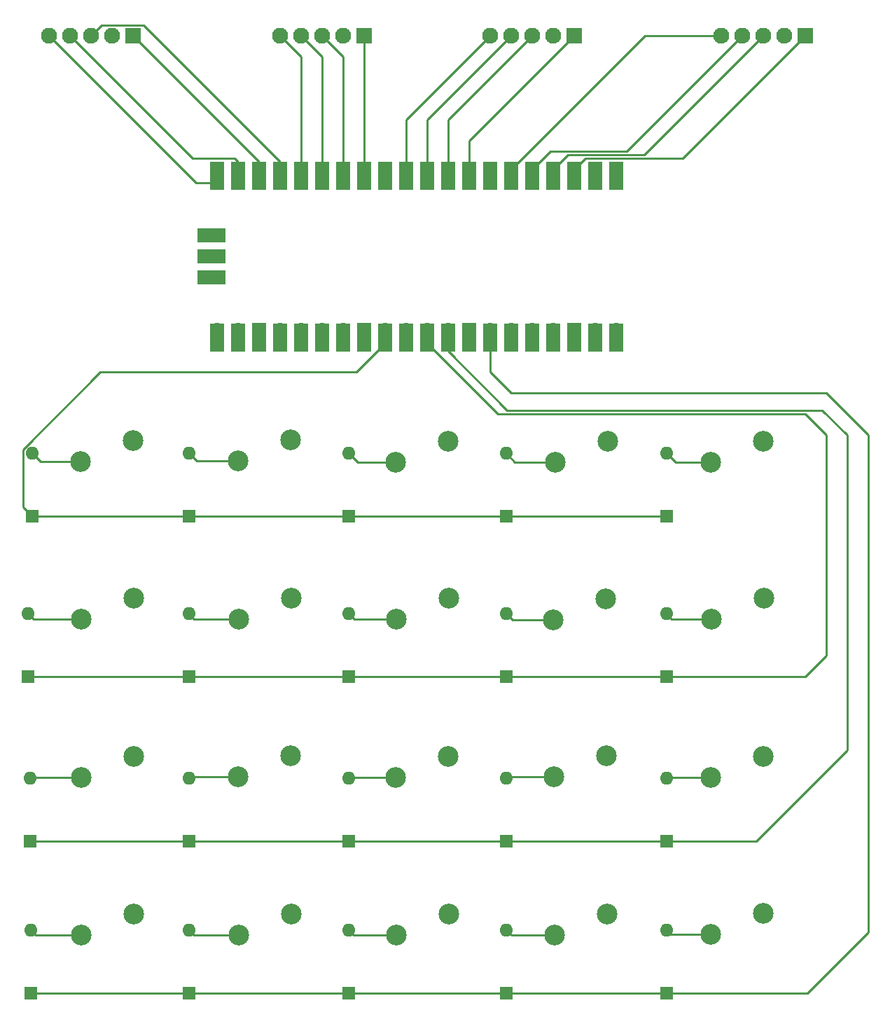
<source format=gbr>
%TF.GenerationSoftware,KiCad,Pcbnew,7.0.6*%
%TF.CreationDate,2023-08-06T21:34:40+02:00*%
%TF.ProjectId,Macropad,4d616372-6f70-4616-942e-6b696361645f,rev?*%
%TF.SameCoordinates,Original*%
%TF.FileFunction,Copper,L1,Top*%
%TF.FilePolarity,Positive*%
%FSLAX46Y46*%
G04 Gerber Fmt 4.6, Leading zero omitted, Abs format (unit mm)*
G04 Created by KiCad (PCBNEW 7.0.6) date 2023-08-06 21:34:40*
%MOMM*%
%LPD*%
G01*
G04 APERTURE LIST*
%TA.AperFunction,ComponentPad*%
%ADD10C,1.930400*%
%TD*%
%TA.AperFunction,ComponentPad*%
%ADD11R,1.930400X1.930400*%
%TD*%
%TA.AperFunction,ComponentPad*%
%ADD12R,1.600000X1.600000*%
%TD*%
%TA.AperFunction,ComponentPad*%
%ADD13O,1.600000X1.600000*%
%TD*%
%TA.AperFunction,ComponentPad*%
%ADD14C,2.500000*%
%TD*%
%TA.AperFunction,ComponentPad*%
%ADD15O,1.700000X1.700000*%
%TD*%
%TA.AperFunction,SMDPad,CuDef*%
%ADD16R,1.700000X3.500000*%
%TD*%
%TA.AperFunction,ComponentPad*%
%ADD17R,1.700000X1.700000*%
%TD*%
%TA.AperFunction,SMDPad,CuDef*%
%ADD18R,3.500000X1.700000*%
%TD*%
%TA.AperFunction,Conductor*%
%ADD19C,0.250000*%
%TD*%
G04 APERTURE END LIST*
D10*
%TO.P,U5,CLK,CLK*%
%TO.N,Net-(U1-GPIO4)*%
X114300000Y-55880000D03*
%TO.P,U5,DT,DT*%
%TO.N,Net-(U1-GPIO3)*%
X116840000Y-55880000D03*
D11*
%TO.P,U5,GND,GND*%
%TO.N,Net-(U1-GND-Pad3)*%
X124460000Y-55880000D03*
D10*
%TO.P,U5,SW,SW*%
%TO.N,Net-(U1-GPIO2)*%
X119380000Y-55880000D03*
%TO.P,U5,VCC,VCC*%
%TO.N,Net-(U1-3V3)*%
X121920000Y-55880000D03*
%TD*%
%TO.P,U4,CLK,CLK*%
%TO.N,Net-(U1-GPIO8)*%
X86360000Y-55880000D03*
%TO.P,U4,DT,DT*%
%TO.N,Net-(U1-GPIO7)*%
X88900000Y-55880000D03*
D11*
%TO.P,U4,GND,GND*%
%TO.N,Net-(U1-GND-Pad8)*%
X96520000Y-55880000D03*
D10*
%TO.P,U4,SW,SW*%
%TO.N,Net-(U1-GPIO6)*%
X91440000Y-55880000D03*
%TO.P,U4,VCC,VCC*%
%TO.N,Net-(U1-3V3)*%
X93980000Y-55880000D03*
%TD*%
%TO.P,U3,CLK,CLK*%
%TO.N,Net-(U1-GPIO12)*%
X60960000Y-55880000D03*
%TO.P,U3,DT,DT*%
%TO.N,Net-(U1-GPIO11)*%
X63500000Y-55880000D03*
D11*
%TO.P,U3,GND,GND*%
%TO.N,Net-(U1-GND-Pad13)*%
X71120000Y-55880000D03*
D10*
%TO.P,U3,SW,SW*%
%TO.N,Net-(U1-GPIO10)*%
X66040000Y-55880000D03*
%TO.P,U3,VCC,VCC*%
%TO.N,Net-(U1-3V3)*%
X68580000Y-55880000D03*
%TD*%
%TO.P,U2,CLK,CLK*%
%TO.N,Net-(U1-GPIO15)*%
X33020000Y-55880000D03*
%TO.P,U2,DT,DT*%
%TO.N,Net-(U1-GPIO14)*%
X35560000Y-55880000D03*
D11*
%TO.P,U2,GND,GND*%
%TO.N,Net-(U1-GND-Pad18)*%
X43180000Y-55880000D03*
D10*
%TO.P,U2,SW,SW*%
%TO.N,Net-(U1-GPIO13)*%
X38100000Y-55880000D03*
%TO.P,U2,VCC,VCC*%
%TO.N,Net-(U1-3V3)*%
X40640000Y-55880000D03*
%TD*%
D12*
%TO.P,D7,1,K*%
%TO.N,Net-(D10-K)*%
X49954344Y-133350000D03*
D13*
%TO.P,D7,2,A*%
%TO.N,Net-(D7-A)*%
X49954344Y-125730000D03*
%TD*%
D14*
%TO.P,SW9,1*%
%TO.N,Net-(D9-A)*%
X94017598Y-126499436D03*
%TO.P,SW9,2*%
%TO.N,Net-(U1-GPIO19)*%
X100367598Y-123959436D03*
%TD*%
%TO.P,SW8,1*%
%TO.N,Net-(D8-A)*%
X75076367Y-126379047D03*
%TO.P,SW8,2*%
%TO.N,Net-(U1-GPIO18)*%
X81426367Y-123839047D03*
%TD*%
D12*
%TO.P,D18,1,K*%
%TO.N,Net-(D16-K)*%
X69274854Y-171569707D03*
D13*
%TO.P,D18,2,A*%
%TO.N,Net-(D18-A)*%
X69274854Y-163949707D03*
%TD*%
D14*
%TO.P,SW10,1*%
%TO.N,Net-(D10-A)*%
X113159477Y-126338917D03*
%TO.P,SW10,2*%
%TO.N,Net-(U1-GPIO20)*%
X119509477Y-123798917D03*
%TD*%
%TO.P,SW2,1*%
%TO.N,Net-(D2-A)*%
X55934488Y-107277298D03*
%TO.P,SW2,2*%
%TO.N,Net-(U1-GPIO17)*%
X62284488Y-104737298D03*
%TD*%
D12*
%TO.P,D13,1,K*%
%TO.N,Net-(D11-K)*%
X69274854Y-153202514D03*
D13*
%TO.P,D13,2,A*%
%TO.N,Net-(D13-A)*%
X69274854Y-145582514D03*
%TD*%
D12*
%TO.P,D6,1,K*%
%TO.N,Net-(D10-K)*%
X30480000Y-133350000D03*
D13*
%TO.P,D6,2,A*%
%TO.N,Net-(D6-A)*%
X30480000Y-125730000D03*
%TD*%
D12*
%TO.P,D5,1,K*%
%TO.N,Net-(D1-K)*%
X107709610Y-113950934D03*
D13*
%TO.P,D5,2,A*%
%TO.N,Net-(D5-A)*%
X107709610Y-106330934D03*
%TD*%
D14*
%TO.P,SW1,1*%
%TO.N,Net-(D1-A)*%
X36832739Y-107317427D03*
%TO.P,SW1,2*%
%TO.N,Net-(U1-GPIO16)*%
X43182739Y-104777427D03*
%TD*%
%TO.P,SW12,1*%
%TO.N,Net-(D12-A)*%
X55929848Y-145406023D03*
%TO.P,SW12,2*%
%TO.N,Net-(U1-GPIO17)*%
X62279848Y-142866023D03*
%TD*%
%TO.P,SW15,1*%
%TO.N,Net-(D15-A)*%
X113079708Y-145480720D03*
%TO.P,SW15,2*%
%TO.N,Net-(U1-GPIO20)*%
X119429708Y-142940720D03*
%TD*%
D12*
%TO.P,D14,1,K*%
%TO.N,Net-(D11-K)*%
X88314966Y-153202514D03*
D13*
%TO.P,D14,2,A*%
%TO.N,Net-(D14-A)*%
X88314966Y-145582514D03*
%TD*%
D12*
%TO.P,D16,1,K*%
%TO.N,Net-(D16-K)*%
X30840100Y-171569707D03*
D13*
%TO.P,D16,2,A*%
%TO.N,Net-(D16-A)*%
X30840100Y-163949707D03*
%TD*%
D15*
%TO.P,U1,1,GPIO0*%
%TO.N,unconnected-(U1-GPIO0-Pad1)*%
X101600000Y-73660000D03*
D16*
X101600000Y-72760000D03*
D15*
%TO.P,U1,2,GPIO1*%
%TO.N,unconnected-(U1-GPIO1-Pad2)*%
X99060000Y-73660000D03*
D16*
X99060000Y-72760000D03*
D17*
%TO.P,U1,3,GND*%
%TO.N,Net-(U1-GND-Pad3)*%
X96520000Y-73660000D03*
D16*
X96520000Y-72760000D03*
D15*
%TO.P,U1,4,GPIO2*%
%TO.N,Net-(U1-GPIO2)*%
X93980000Y-73660000D03*
D16*
X93980000Y-72760000D03*
D15*
%TO.P,U1,5,GPIO3*%
%TO.N,Net-(U1-GPIO3)*%
X91440000Y-73660000D03*
D16*
X91440000Y-72760000D03*
D15*
%TO.P,U1,6,GPIO4*%
%TO.N,Net-(U1-GPIO4)*%
X88900000Y-73660000D03*
D16*
X88900000Y-72760000D03*
D15*
%TO.P,U1,7,GPIO5*%
%TO.N,unconnected-(U1-GPIO5-Pad7)*%
X86360000Y-73660000D03*
D16*
X86360000Y-72760000D03*
D17*
%TO.P,U1,8,GND*%
%TO.N,Net-(U1-GND-Pad8)*%
X83820000Y-73660000D03*
D16*
X83820000Y-72760000D03*
D15*
%TO.P,U1,9,GPIO6*%
%TO.N,Net-(U1-GPIO6)*%
X81280000Y-73660000D03*
D16*
X81280000Y-72760000D03*
D15*
%TO.P,U1,10,GPIO7*%
%TO.N,Net-(U1-GPIO7)*%
X78740000Y-73660000D03*
D16*
X78740000Y-72760000D03*
D15*
%TO.P,U1,11,GPIO8*%
%TO.N,Net-(U1-GPIO8)*%
X76200000Y-73660000D03*
D16*
X76200000Y-72760000D03*
D15*
%TO.P,U1,12,GPIO9*%
%TO.N,unconnected-(U1-GPIO9-Pad12)*%
X73660000Y-73660000D03*
D16*
X73660000Y-72760000D03*
D17*
%TO.P,U1,13,GND*%
%TO.N,Net-(U1-GND-Pad13)*%
X71120000Y-73660000D03*
D16*
X71120000Y-72760000D03*
D15*
%TO.P,U1,14,GPIO10*%
%TO.N,Net-(U1-GPIO10)*%
X68580000Y-73660000D03*
D16*
X68580000Y-72760000D03*
D15*
%TO.P,U1,15,GPIO11*%
%TO.N,Net-(U1-GPIO11)*%
X66040000Y-73660000D03*
D16*
X66040000Y-72760000D03*
D15*
%TO.P,U1,16,GPIO12*%
%TO.N,Net-(U1-GPIO12)*%
X63500000Y-73660000D03*
D16*
X63500000Y-72760000D03*
D15*
%TO.P,U1,17,GPIO13*%
%TO.N,Net-(U1-GPIO13)*%
X60960000Y-73660000D03*
D16*
X60960000Y-72760000D03*
D17*
%TO.P,U1,18,GND*%
%TO.N,Net-(U1-GND-Pad18)*%
X58420000Y-73660000D03*
D16*
X58420000Y-72760000D03*
D15*
%TO.P,U1,19,GPIO14*%
%TO.N,Net-(U1-GPIO14)*%
X55880000Y-73660000D03*
D16*
X55880000Y-72760000D03*
D15*
%TO.P,U1,20,GPIO15*%
%TO.N,Net-(U1-GPIO15)*%
X53340000Y-73660000D03*
D16*
X53340000Y-72760000D03*
D15*
%TO.P,U1,21,GPIO16*%
%TO.N,Net-(U1-GPIO16)*%
X53340000Y-91440000D03*
D16*
X53340000Y-92340000D03*
D15*
%TO.P,U1,22,GPIO17*%
%TO.N,Net-(U1-GPIO17)*%
X55880000Y-91440000D03*
D16*
X55880000Y-92340000D03*
D17*
%TO.P,U1,23,GND*%
%TO.N,unconnected-(U1-GND-Pad23)*%
X58420000Y-91440000D03*
D16*
X58420000Y-92340000D03*
D15*
%TO.P,U1,24,GPIO18*%
%TO.N,Net-(U1-GPIO18)*%
X60960000Y-91440000D03*
D16*
X60960000Y-92340000D03*
D15*
%TO.P,U1,25,GPIO19*%
%TO.N,Net-(U1-GPIO19)*%
X63500000Y-91440000D03*
D16*
X63500000Y-92340000D03*
D15*
%TO.P,U1,26,GPIO20*%
%TO.N,Net-(U1-GPIO20)*%
X66040000Y-91440000D03*
D16*
X66040000Y-92340000D03*
D15*
%TO.P,U1,27,GPIO21*%
%TO.N,unconnected-(U1-GPIO21-Pad27)*%
X68580000Y-91440000D03*
D16*
X68580000Y-92340000D03*
D17*
%TO.P,U1,28,GND*%
%TO.N,unconnected-(U1-GND-Pad28)*%
X71120000Y-91440000D03*
D16*
X71120000Y-92340000D03*
D15*
%TO.P,U1,29,GPIO22*%
%TO.N,Net-(D1-K)*%
X73660000Y-91440000D03*
D16*
X73660000Y-92340000D03*
D15*
%TO.P,U1,30,RUN*%
%TO.N,unconnected-(U1-RUN-Pad30)*%
X76200000Y-91440000D03*
D16*
X76200000Y-92340000D03*
D15*
%TO.P,U1,31,GPIO26_ADC0*%
%TO.N,Net-(D10-K)*%
X78740000Y-91440000D03*
D16*
X78740000Y-92340000D03*
D15*
%TO.P,U1,32,GPIO27_ADC1*%
%TO.N,Net-(D11-K)*%
X81280000Y-91440000D03*
D16*
X81280000Y-92340000D03*
D17*
%TO.P,U1,33,AGND*%
%TO.N,unconnected-(U1-AGND-Pad33)*%
X83820000Y-91440000D03*
D16*
X83820000Y-92340000D03*
D15*
%TO.P,U1,34,GPIO28_ADC2*%
%TO.N,Net-(D16-K)*%
X86360000Y-91440000D03*
D16*
X86360000Y-92340000D03*
D15*
%TO.P,U1,35,ADC_VREF*%
%TO.N,unconnected-(U1-ADC_VREF-Pad35)*%
X88900000Y-91440000D03*
D16*
X88900000Y-92340000D03*
D15*
%TO.P,U1,36,3V3*%
%TO.N,Net-(U1-3V3)*%
X91440000Y-91440000D03*
D16*
X91440000Y-92340000D03*
D15*
%TO.P,U1,37,3V3_EN*%
%TO.N,unconnected-(U1-3V3_EN-Pad37)*%
X93980000Y-91440000D03*
D16*
X93980000Y-92340000D03*
D17*
%TO.P,U1,38,GND*%
%TO.N,unconnected-(U1-GND-Pad38)*%
X96520000Y-91440000D03*
D16*
X96520000Y-92340000D03*
D15*
%TO.P,U1,39,VSYS*%
%TO.N,unconnected-(U1-VSYS-Pad39)*%
X99060000Y-91440000D03*
D16*
X99060000Y-92340000D03*
D15*
%TO.P,U1,40,VBUS*%
%TO.N,unconnected-(U1-VBUS-Pad40)*%
X101600000Y-91440000D03*
D16*
X101600000Y-92340000D03*
D15*
%TO.P,U1,41,SWCLK*%
%TO.N,unconnected-(U1-SWCLK-Pad41)*%
X53570000Y-80010000D03*
D18*
X52670000Y-80010000D03*
D17*
%TO.P,U1,42,GND*%
%TO.N,unconnected-(U1-GND-Pad42)*%
X53570000Y-82550000D03*
D18*
X52670000Y-82550000D03*
D15*
%TO.P,U1,43,SWDIO*%
%TO.N,unconnected-(U1-SWDIO-Pad43)*%
X53570000Y-85090000D03*
D18*
X52670000Y-85090000D03*
%TD*%
D12*
%TO.P,D17,1,K*%
%TO.N,Net-(D16-K)*%
X49954344Y-171569707D03*
D13*
%TO.P,D17,2,A*%
%TO.N,Net-(D17-A)*%
X49954344Y-163949707D03*
%TD*%
D14*
%TO.P,SW17,1*%
%TO.N,Net-(D17-A)*%
X55962583Y-164554658D03*
%TO.P,SW17,2*%
%TO.N,Net-(U1-GPIO17)*%
X62312583Y-162014658D03*
%TD*%
D12*
%TO.P,D2,1,K*%
%TO.N,Net-(D1-K)*%
X49954344Y-113950934D03*
D13*
%TO.P,D2,2,A*%
%TO.N,Net-(D2-A)*%
X49954344Y-106330934D03*
%TD*%
D14*
%TO.P,SW6,1*%
%TO.N,Net-(D6-A)*%
X36953128Y-126419177D03*
%TO.P,SW6,2*%
%TO.N,Net-(U1-GPIO16)*%
X43303128Y-123879177D03*
%TD*%
%TO.P,SW18,1*%
%TO.N,Net-(D18-A)*%
X75038354Y-164526356D03*
%TO.P,SW18,2*%
%TO.N,Net-(U1-GPIO18)*%
X81388354Y-161986356D03*
%TD*%
%TO.P,SW13,1*%
%TO.N,Net-(D13-A)*%
X74989136Y-145482270D03*
%TO.P,SW13,2*%
%TO.N,Net-(U1-GPIO18)*%
X81339136Y-142942270D03*
%TD*%
%TO.P,SW4,1*%
%TO.N,Net-(D4-A)*%
X94255837Y-107376061D03*
%TO.P,SW4,2*%
%TO.N,Net-(U1-GPIO19)*%
X100605837Y-104836061D03*
%TD*%
D12*
%TO.P,D1,1,K*%
%TO.N,Net-(D1-K)*%
X31019637Y-113950934D03*
D13*
%TO.P,D1,2,A*%
%TO.N,Net-(D1-A)*%
X31019637Y-106330934D03*
%TD*%
D14*
%TO.P,SW7,1*%
%TO.N,Net-(D7-A)*%
X55960467Y-126367220D03*
%TO.P,SW7,2*%
%TO.N,Net-(U1-GPIO17)*%
X62310467Y-123827220D03*
%TD*%
%TO.P,SW16,1*%
%TO.N,Net-(D16-A)*%
X36915114Y-164526356D03*
%TO.P,SW16,2*%
%TO.N,Net-(U1-GPIO16)*%
X43265114Y-161986356D03*
%TD*%
%TO.P,SW14,1*%
%TO.N,Net-(D14-A)*%
X94118413Y-145447279D03*
%TO.P,SW14,2*%
%TO.N,Net-(U1-GPIO19)*%
X100468413Y-142907279D03*
%TD*%
D12*
%TO.P,D19,1,K*%
%TO.N,Net-(D16-K)*%
X88314966Y-171569707D03*
D13*
%TO.P,D19,2,A*%
%TO.N,Net-(D19-A)*%
X88314966Y-163949707D03*
%TD*%
D14*
%TO.P,SW20,1*%
%TO.N,Net-(D20-A)*%
X113041204Y-164446097D03*
%TO.P,SW20,2*%
%TO.N,Net-(U1-GPIO20)*%
X119391204Y-161906097D03*
%TD*%
D12*
%TO.P,D10,1,K*%
%TO.N,Net-(D10-K)*%
X107709610Y-133350000D03*
D13*
%TO.P,D10,2,A*%
%TO.N,Net-(D10-A)*%
X107709610Y-125730000D03*
%TD*%
D12*
%TO.P,D3,1,K*%
%TO.N,Net-(D1-K)*%
X69274854Y-113950934D03*
D13*
%TO.P,D3,2,A*%
%TO.N,Net-(D3-A)*%
X69274854Y-106330934D03*
%TD*%
D12*
%TO.P,D8,1,K*%
%TO.N,Net-(D10-K)*%
X69274854Y-133350000D03*
D13*
%TO.P,D8,2,A*%
%TO.N,Net-(D8-A)*%
X69274854Y-125730000D03*
%TD*%
D14*
%TO.P,SW3,1*%
%TO.N,Net-(D3-A)*%
X74955978Y-107397687D03*
%TO.P,SW3,2*%
%TO.N,Net-(U1-GPIO18)*%
X81305978Y-104857687D03*
%TD*%
D12*
%TO.P,D20,1,K*%
%TO.N,Net-(D16-K)*%
X107709610Y-171569707D03*
D13*
%TO.P,D20,2,A*%
%TO.N,Net-(D20-A)*%
X107709610Y-163949707D03*
%TD*%
D14*
%TO.P,SW11,1*%
%TO.N,Net-(D11-A)*%
X36956514Y-145502335D03*
%TO.P,SW11,2*%
%TO.N,Net-(U1-GPIO16)*%
X43306514Y-142962335D03*
%TD*%
D12*
%TO.P,D15,1,K*%
%TO.N,Net-(D11-K)*%
X107709610Y-153202514D03*
D13*
%TO.P,D15,2,A*%
%TO.N,Net-(D15-A)*%
X107709610Y-145582514D03*
%TD*%
D12*
%TO.P,D12,1,K*%
%TO.N,Net-(D11-K)*%
X49954344Y-153202514D03*
D13*
%TO.P,D12,2,A*%
%TO.N,Net-(D12-A)*%
X49954344Y-145582514D03*
%TD*%
D14*
%TO.P,SW19,1*%
%TO.N,Net-(D19-A)*%
X94140103Y-164606615D03*
%TO.P,SW19,2*%
%TO.N,Net-(U1-GPIO19)*%
X100490103Y-162066615D03*
%TD*%
%TO.P,SW5,1*%
%TO.N,Net-(D5-A)*%
X113094335Y-107433847D03*
%TO.P,SW5,2*%
%TO.N,Net-(U1-GPIO20)*%
X119444335Y-104893847D03*
%TD*%
D12*
%TO.P,D11,1,K*%
%TO.N,Net-(D11-K)*%
X30779655Y-153202514D03*
D13*
%TO.P,D11,2,A*%
%TO.N,Net-(D11-A)*%
X30779655Y-145582514D03*
%TD*%
D12*
%TO.P,D4,1,K*%
%TO.N,Net-(D1-K)*%
X88314966Y-113950934D03*
D13*
%TO.P,D4,2,A*%
%TO.N,Net-(D4-A)*%
X88314966Y-106330934D03*
%TD*%
D12*
%TO.P,D9,1,K*%
%TO.N,Net-(D10-K)*%
X88314966Y-133350000D03*
D13*
%TO.P,D9,2,A*%
%TO.N,Net-(D9-A)*%
X88314966Y-125730000D03*
%TD*%
D19*
%TO.N,Net-(U1-GPIO15)*%
X33020000Y-55880000D02*
X50800000Y-73660000D01*
X50800000Y-73660000D02*
X53340000Y-73660000D01*
%TO.N,Net-(U1-GPIO14)*%
X35560000Y-55880000D02*
X50365000Y-70685000D01*
X50365000Y-70685000D02*
X55445000Y-70685000D01*
X55445000Y-70685000D02*
X55880000Y-71120000D01*
X55880000Y-71120000D02*
X55880000Y-73660000D01*
%TO.N,Net-(U1-GPIO13)*%
X38100000Y-55880000D02*
X39390200Y-54589800D01*
X39390200Y-54589800D02*
X44470200Y-54589800D01*
X44470200Y-54589800D02*
X60960000Y-71079600D01*
X60960000Y-71079600D02*
X60960000Y-73660000D01*
%TO.N,Net-(U1-GND-Pad18)*%
X43180000Y-55880000D02*
X58420000Y-71120000D01*
X58420000Y-71120000D02*
X58420000Y-73660000D01*
%TO.N,Net-(U1-GPIO12)*%
X60960000Y-55880000D02*
X63500000Y-58420000D01*
X63500000Y-58420000D02*
X63500000Y-73660000D01*
%TO.N,Net-(U1-GPIO11)*%
X63500000Y-55880000D02*
X66040000Y-58420000D01*
X66040000Y-58420000D02*
X66040000Y-73660000D01*
%TO.N,Net-(U1-GPIO10)*%
X66040000Y-55880000D02*
X68580000Y-58420000D01*
X68580000Y-58420000D02*
X68580000Y-73660000D01*
%TO.N,Net-(U1-GND-Pad13)*%
X71120000Y-55880000D02*
X71120000Y-73660000D01*
%TO.N,Net-(U1-GPIO8)*%
X86360000Y-55880000D02*
X76200000Y-66040000D01*
X76200000Y-66040000D02*
X76200000Y-73660000D01*
%TO.N,Net-(U1-GPIO7)*%
X88900000Y-55880000D02*
X78740000Y-66040000D01*
X78740000Y-66040000D02*
X78740000Y-73660000D01*
%TO.N,Net-(U1-GPIO6)*%
X91440000Y-55880000D02*
X81280000Y-66040000D01*
X81280000Y-66040000D02*
X81280000Y-73660000D01*
%TO.N,Net-(U1-GND-Pad8)*%
X96520000Y-55880000D02*
X83820000Y-68580000D01*
X83820000Y-68580000D02*
X83820000Y-73660000D01*
%TO.N,Net-(U1-GPIO4)*%
X114300000Y-55880000D02*
X105070000Y-55880000D01*
X88900000Y-72050000D02*
X88900000Y-73660000D01*
X105070000Y-55880000D02*
X88900000Y-72050000D01*
%TO.N,Net-(U1-GPIO3)*%
X116840000Y-55880000D02*
X102935000Y-69785000D01*
X102935000Y-69785000D02*
X93705000Y-69785000D01*
X91440000Y-72050000D02*
X91440000Y-73660000D01*
X93705000Y-69785000D02*
X91440000Y-72050000D01*
%TO.N,Net-(U1-GPIO2)*%
X119380000Y-55880000D02*
X105025000Y-70235000D01*
X105025000Y-70235000D02*
X95795000Y-70235000D01*
X95795000Y-70235000D02*
X93980000Y-72050000D01*
X93980000Y-72050000D02*
X93980000Y-73660000D01*
%TO.N,Net-(U1-GND-Pad3)*%
X124460000Y-55880000D02*
X109655000Y-70685000D01*
X97885000Y-70685000D02*
X96520000Y-72050000D01*
X109655000Y-70685000D02*
X97885000Y-70685000D01*
X96520000Y-72050000D02*
X96520000Y-73660000D01*
%TO.N,Net-(D1-A)*%
X36832739Y-107317427D02*
X32006130Y-107317427D01*
X32006130Y-107317427D02*
X31019637Y-106330934D01*
%TO.N,Net-(D1-K)*%
X29894637Y-112825934D02*
X29894637Y-105864943D01*
X49954344Y-113950934D02*
X69274854Y-113950934D01*
X39239580Y-96520000D02*
X70190000Y-96520000D01*
X88314966Y-113950934D02*
X107709610Y-113950934D01*
X31019637Y-113950934D02*
X49954344Y-113950934D01*
X69274854Y-113950934D02*
X88314966Y-113950934D01*
X73660000Y-93050000D02*
X73660000Y-91440000D01*
X29894637Y-105864943D02*
X39239580Y-96520000D01*
X70190000Y-96520000D02*
X73660000Y-93050000D01*
X31019637Y-113950934D02*
X29894637Y-112825934D01*
%TO.N,Net-(D2-A)*%
X55934488Y-107277298D02*
X50900708Y-107277298D01*
X50900708Y-107277298D02*
X49954344Y-106330934D01*
%TO.N,Net-(D3-A)*%
X70341607Y-107397687D02*
X69274854Y-106330934D01*
X74955978Y-107397687D02*
X70341607Y-107397687D01*
%TO.N,Net-(D4-A)*%
X89360093Y-107376061D02*
X88314966Y-106330934D01*
X94255837Y-107376061D02*
X89360093Y-107376061D01*
%TO.N,Net-(D5-A)*%
X113094335Y-107433847D02*
X108812523Y-107433847D01*
X108812523Y-107433847D02*
X107709610Y-106330934D01*
%TO.N,Net-(D6-A)*%
X36953128Y-126419177D02*
X31169177Y-126419177D01*
X31169177Y-126419177D02*
X30480000Y-125730000D01*
%TO.N,Net-(D10-K)*%
X88314966Y-133350000D02*
X107709610Y-133350000D01*
X49954344Y-133350000D02*
X69274854Y-133350000D01*
X87290000Y-101600000D02*
X78740000Y-93050000D01*
X124460000Y-133350000D02*
X127000000Y-130810000D01*
X69274854Y-133350000D02*
X88314966Y-133350000D01*
X127000000Y-104140000D02*
X124460000Y-101600000D01*
X107709610Y-133350000D02*
X124460000Y-133350000D01*
X124460000Y-101600000D02*
X87290000Y-101600000D01*
X30480000Y-133350000D02*
X49954344Y-133350000D01*
X127000000Y-130810000D02*
X127000000Y-104140000D01*
X78740000Y-93050000D02*
X78740000Y-91440000D01*
%TO.N,Net-(D7-A)*%
X50591564Y-126367220D02*
X49954344Y-125730000D01*
X55960467Y-126367220D02*
X50591564Y-126367220D01*
%TO.N,Net-(D8-A)*%
X75076367Y-126379047D02*
X69923901Y-126379047D01*
X69923901Y-126379047D02*
X69274854Y-125730000D01*
%TO.N,Net-(D9-A)*%
X89084402Y-126499436D02*
X88314966Y-125730000D01*
X94017598Y-126499436D02*
X89084402Y-126499436D01*
%TO.N,Net-(D10-A)*%
X108318527Y-126338917D02*
X107709610Y-125730000D01*
X113159477Y-126338917D02*
X108318527Y-126338917D01*
%TO.N,Net-(D11-A)*%
X36956514Y-145502335D02*
X30859834Y-145502335D01*
X30859834Y-145502335D02*
X30779655Y-145582514D01*
%TO.N,Net-(D11-K)*%
X126550000Y-101150000D02*
X88450000Y-101150000D01*
X107709610Y-153202514D02*
X118577486Y-153202514D01*
X69274854Y-153202514D02*
X88314966Y-153202514D01*
X129540000Y-104140000D02*
X126550000Y-101150000D01*
X88314966Y-153202514D02*
X107709610Y-153202514D01*
X81280000Y-93980000D02*
X81280000Y-91440000D01*
X30779655Y-153202514D02*
X49954344Y-153202514D01*
X118577486Y-153202514D02*
X129540000Y-142240000D01*
X49954344Y-153202514D02*
X69274854Y-153202514D01*
X129540000Y-142240000D02*
X129540000Y-104140000D01*
X88450000Y-101150000D02*
X81280000Y-93980000D01*
%TO.N,Net-(D12-A)*%
X55929848Y-145406023D02*
X50130835Y-145406023D01*
X50130835Y-145406023D02*
X49954344Y-145582514D01*
%TO.N,Net-(D13-A)*%
X74989136Y-145482270D02*
X69375098Y-145482270D01*
X69375098Y-145482270D02*
X69274854Y-145582514D01*
%TO.N,Net-(D14-A)*%
X88450201Y-145447279D02*
X88314966Y-145582514D01*
X94118413Y-145447279D02*
X88450201Y-145447279D01*
%TO.N,Net-(D15-A)*%
X107811404Y-145480720D02*
X107709610Y-145582514D01*
X113079708Y-145480720D02*
X107811404Y-145480720D01*
%TO.N,Net-(D16-A)*%
X31416749Y-164526356D02*
X30840100Y-163949707D01*
X36915114Y-164526356D02*
X31416749Y-164526356D01*
%TO.N,Net-(D16-K)*%
X49954344Y-171569707D02*
X69274854Y-171569707D01*
X127000000Y-99060000D02*
X88900000Y-99060000D01*
X69274854Y-171569707D02*
X88314966Y-171569707D01*
X124747047Y-171569707D02*
X132080000Y-164236754D01*
X88314966Y-171569707D02*
X107709610Y-171569707D01*
X107709610Y-171569707D02*
X124747047Y-171569707D01*
X86360000Y-96520000D02*
X86360000Y-91440000D01*
X132080000Y-164236754D02*
X132080000Y-162560000D01*
X30840100Y-171569707D02*
X49954344Y-171569707D01*
X88900000Y-99060000D02*
X86360000Y-96520000D01*
X132080000Y-162560000D02*
X132080000Y-104140000D01*
X132080000Y-104140000D02*
X127000000Y-99060000D01*
%TO.N,Net-(D17-A)*%
X50559295Y-164554658D02*
X49954344Y-163949707D01*
X55962583Y-164554658D02*
X50559295Y-164554658D01*
%TO.N,Net-(D18-A)*%
X69851503Y-164526356D02*
X69274854Y-163949707D01*
X75038354Y-164526356D02*
X69851503Y-164526356D01*
%TO.N,Net-(D19-A)*%
X88971874Y-164606615D02*
X88314966Y-163949707D01*
X94140103Y-164606615D02*
X88971874Y-164606615D01*
%TO.N,Net-(D20-A)*%
X108206000Y-164446097D02*
X107709610Y-163949707D01*
X113041204Y-164446097D02*
X108206000Y-164446097D01*
%TD*%
M02*

</source>
